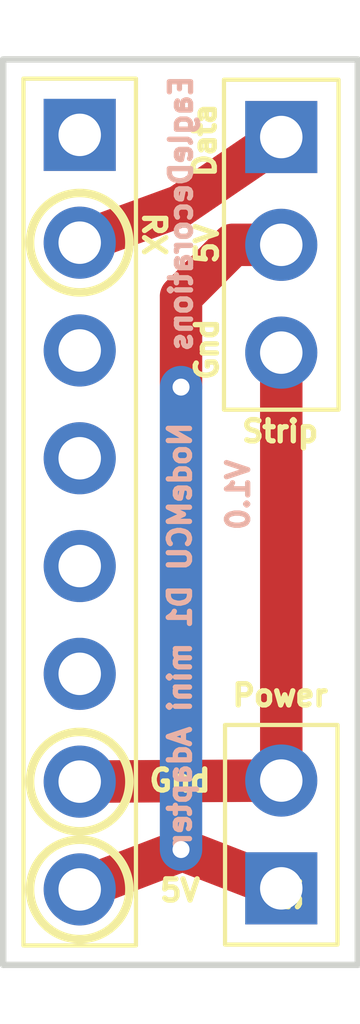
<source format=kicad_pcb>
(kicad_pcb (version 4) (host pcbnew 4.0.7)

  (general
    (links 5)
    (no_connects 0)
    (area 93.854199 76.937799 102.360801 98.423801)
    (thickness 1.6)
    (drawings 19)
    (tracks 16)
    (zones 0)
    (modules 3)
    (nets 9)
  )

  (page A4)
  (layers
    (0 F.Cu signal)
    (31 B.Cu signal)
    (32 B.Adhes user)
    (33 F.Adhes user)
    (34 B.Paste user)
    (35 F.Paste user)
    (36 B.SilkS user)
    (37 F.SilkS user)
    (38 B.Mask user)
    (39 F.Mask user)
    (40 Dwgs.User user)
    (41 Cmts.User user)
    (42 Eco1.User user)
    (43 Eco2.User user)
    (44 Edge.Cuts user)
    (45 Margin user)
    (46 B.CrtYd user)
    (47 F.CrtYd user)
    (48 B.Fab user)
    (49 F.Fab user)
  )

  (setup
    (last_trace_width 1)
    (user_trace_width 0.5)
    (user_trace_width 1)
    (trace_clearance 0.2)
    (zone_clearance 0.508)
    (zone_45_only no)
    (trace_min 0.2)
    (segment_width 0.2)
    (edge_width 0.15)
    (via_size 0.6)
    (via_drill 0.4)
    (via_min_size 0.4)
    (via_min_drill 0.3)
    (uvia_size 0.3)
    (uvia_drill 0.1)
    (uvias_allowed no)
    (uvia_min_size 0.2)
    (uvia_min_drill 0.1)
    (pcb_text_width 0.3)
    (pcb_text_size 1.5 1.5)
    (mod_edge_width 0.15)
    (mod_text_size 1 1)
    (mod_text_width 0.15)
    (pad_size 1.524 1.524)
    (pad_drill 0.762)
    (pad_to_mask_clearance 0.2)
    (aux_axis_origin 0 0)
    (visible_elements FFFFFF7F)
    (pcbplotparams
      (layerselection 0x01030_80000001)
      (usegerberextensions false)
      (excludeedgelayer true)
      (linewidth 0.100000)
      (plotframeref false)
      (viasonmask false)
      (mode 1)
      (useauxorigin false)
      (hpglpennumber 1)
      (hpglpenspeed 20)
      (hpglpendiameter 15)
      (hpglpenoverlay 2)
      (psnegative false)
      (psa4output false)
      (plotreference true)
      (plotvalue true)
      (plotinvisibletext false)
      (padsonsilk false)
      (subtractmaskfromsilk false)
      (outputformat 1)
      (mirror false)
      (drillshape 0)
      (scaleselection 1)
      (outputdirectory Gerber/))
  )

  (net 0 "")
  (net 1 /TX)
  (net 2 /RX)
  (net 3 /D1)
  (net 4 /D2)
  (net 5 /D3)
  (net 6 /D4)
  (net 7 /GND)
  (net 8 /5V)

  (net_class Default "This is the default net class."
    (clearance 0.2)
    (trace_width 0.25)
    (via_dia 0.6)
    (via_drill 0.4)
    (uvia_dia 0.3)
    (uvia_drill 0.1)
    (add_net /5V)
    (add_net /D1)
    (add_net /D2)
    (add_net /D3)
    (add_net /D4)
    (add_net /GND)
    (add_net /RX)
    (add_net /TX)
  )

  (module Pin_Headers:Pin_Header_Straight_1x08_Pitch2.54mm (layer F.Cu) (tedit 5B4134BA) (tstamp 5B3FF327)
    (at 95.7326 78.7908)
    (descr "Through hole straight pin header, 1x08, 2.54mm pitch, single row")
    (tags "Through hole pin header THT 1x08 2.54mm single row")
    (path /5B3FF101)
    (fp_text reference " " (at 0 -2.33) (layer F.SilkS)
      (effects (font (size 1 1) (thickness 0.15)))
    )
    (fp_text value " " (at 0 20.11) (layer F.Fab)
      (effects (font (size 1 1) (thickness 0.15)))
    )
    (fp_line (start -1.325 -1.325) (end 1.325 -1.325) (layer F.SilkS) (width 0.1))
    (fp_line (start 1.325 -1.325) (end 1.325 19.1) (layer F.SilkS) (width 0.1))
    (fp_line (start 1.325 19.1) (end -1.325 19.1) (layer F.SilkS) (width 0.1))
    (fp_line (start -1.325 19.1) (end -1.325 -1.325) (layer F.SilkS) (width 0.1))
    (fp_line (start -0.635 -1.27) (end 1.27 -1.27) (layer F.Fab) (width 0.1))
    (fp_line (start 1.27 -1.27) (end 1.27 19.05) (layer F.Fab) (width 0.1))
    (fp_line (start 1.27 19.05) (end -1.27 19.05) (layer F.Fab) (width 0.1))
    (fp_line (start -1.27 19.05) (end -1.27 -0.635) (layer F.Fab) (width 0.1))
    (fp_line (start -1.27 -0.635) (end -0.635 -1.27) (layer F.Fab) (width 0.1))
    (fp_line (start -1.8 -1.8) (end -1.8 19.55) (layer F.CrtYd) (width 0.05))
    (fp_line (start -1.8 19.55) (end 1.8 19.55) (layer F.CrtYd) (width 0.05))
    (fp_line (start 1.8 19.55) (end 1.8 -1.8) (layer F.CrtYd) (width 0.05))
    (fp_line (start 1.8 -1.8) (end -1.8 -1.8) (layer F.CrtYd) (width 0.05))
    (fp_text user %R (at 0 8.89 90) (layer F.Fab)
      (effects (font (size 1 1) (thickness 0.15)))
    )
    (pad 1 thru_hole rect (at 0 0) (size 1.7 1.7) (drill 1) (layers *.Cu *.Mask)
      (net 1 /TX))
    (pad 2 thru_hole oval (at 0 2.54) (size 1.7 1.7) (drill 1) (layers *.Cu *.Mask)
      (net 2 /RX))
    (pad 3 thru_hole oval (at 0 5.08) (size 1.7 1.7) (drill 1) (layers *.Cu *.Mask)
      (net 3 /D1))
    (pad 4 thru_hole oval (at 0 7.62) (size 1.7 1.7) (drill 1) (layers *.Cu *.Mask)
      (net 4 /D2))
    (pad 5 thru_hole oval (at 0 10.16) (size 1.7 1.7) (drill 1) (layers *.Cu *.Mask)
      (net 5 /D3))
    (pad 6 thru_hole oval (at 0 12.7) (size 1.7 1.7) (drill 1) (layers *.Cu *.Mask)
      (net 6 /D4))
    (pad 7 thru_hole oval (at 0 15.24) (size 1.7 1.7) (drill 1) (layers *.Cu *.Mask)
      (net 7 /GND))
    (pad 8 thru_hole oval (at 0 17.78) (size 1.7 1.7) (drill 1) (layers *.Cu *.Mask)
      (net 8 /5V))
    (model ${KISYS3DMOD}/Pin_Headers.3dshapes/Pin_Header_Straight_1x08_Pitch2.54mm.wrl
      (at (xyz 0 0 0))
      (scale (xyz 1 1 1))
      (rotate (xyz 0 0 0))
    )
  )

  (module Pin_Headers:Pin_Header_Straight_1x02_Pitch2.54mm (layer F.Cu) (tedit 5B413398) (tstamp 5B412E5D)
    (at 100.4824 96.5454 180)
    (descr "Through hole straight pin header, 1x02, 2.54mm pitch, single row")
    (tags "Through hole pin header THT 1x02 2.54mm single row")
    (path /5B412A82)
    (fp_text reference " " (at 0 -2.33 180) (layer F.SilkS)
      (effects (font (size 1 1) (thickness 0.15)))
    )
    (fp_text value " " (at 0 4.87 180) (layer F.Fab)
      (effects (font (size 1 1) (thickness 0.15)))
    )
    (fp_line (start -1.325 -1.325) (end 1.325 -1.325) (layer F.SilkS) (width 0.1))
    (fp_line (start 1.325 -1.325) (end 1.325 3.85) (layer F.SilkS) (width 0.1))
    (fp_line (start 1.325 3.85) (end -1.325 3.85) (layer F.SilkS) (width 0.1))
    (fp_line (start -1.325 3.85) (end -1.325 -1.3) (layer F.SilkS) (width 0.1))
    (fp_line (start -0.635 -1.27) (end 1.27 -1.27) (layer F.Fab) (width 0.1))
    (fp_line (start 1.27 -1.27) (end 1.27 3.81) (layer F.Fab) (width 0.1))
    (fp_line (start 1.27 3.81) (end -1.27 3.81) (layer F.Fab) (width 0.1))
    (fp_line (start -1.27 3.81) (end -1.27 -0.635) (layer F.Fab) (width 0.1))
    (fp_line (start -1.27 -0.635) (end -0.635 -1.27) (layer F.Fab) (width 0.1))
    (fp_line (start -1.8 -1.8) (end -1.8 4.35) (layer F.CrtYd) (width 0.05))
    (fp_line (start -1.8 4.35) (end 1.8 4.35) (layer F.CrtYd) (width 0.05))
    (fp_line (start 1.8 4.35) (end 1.8 -1.8) (layer F.CrtYd) (width 0.05))
    (fp_line (start 1.8 -1.8) (end -1.8 -1.8) (layer F.CrtYd) (width 0.05))
    (fp_text user %R (at 0 1.27 270) (layer F.Fab)
      (effects (font (size 1 1) (thickness 0.15)))
    )
    (pad 1 thru_hole rect (at 0 0 180) (size 1.7 1.7) (drill 1) (layers *.Cu *.Mask)
      (net 8 /5V))
    (pad 2 thru_hole oval (at 0 2.54 180) (size 1.7 1.7) (drill 1) (layers *.Cu *.Mask)
      (net 7 /GND))
    (model ${KISYS3DMOD}/Pin_Headers.3dshapes/Pin_Header_Straight_1x02_Pitch2.54mm.wrl
      (at (xyz 0 0 0))
      (scale (xyz 1 1 1))
      (rotate (xyz 0 0 0))
    )
  )

  (module Pin_Headers:Pin_Header_Straight_1x03_Pitch2.54mm (layer F.Cu) (tedit 5B400FE0) (tstamp 5B3FF338)
    (at 100.4824 78.8416)
    (descr "Through hole straight pin header, 1x03, 2.54mm pitch, single row")
    (tags "Through hole pin header THT 1x03 2.54mm single row")
    (path /5B3FF150)
    (fp_text reference " " (at 0 -2.33) (layer F.SilkS)
      (effects (font (size 1 1) (thickness 0.15)))
    )
    (fp_text value " " (at 0 7.41) (layer F.Fab)
      (effects (font (size 1 1) (thickness 0.15)))
    )
    (fp_line (start 1.35 -1.35) (end 1.35 6.425) (layer F.SilkS) (width 0.1))
    (fp_line (start 1.35 6.425) (end -1.35 6.425) (layer F.SilkS) (width 0.1))
    (fp_line (start -1.35 6.425) (end -1.35 -1.35) (layer F.SilkS) (width 0.1))
    (fp_line (start -1.35 -1.35) (end 1.35 -1.35) (layer F.SilkS) (width 0.1))
    (fp_line (start -0.635 -1.27) (end 1.27 -1.27) (layer F.Fab) (width 0.1))
    (fp_line (start 1.27 -1.27) (end 1.27 6.35) (layer F.Fab) (width 0.1))
    (fp_line (start 1.27 6.35) (end -1.27 6.35) (layer F.Fab) (width 0.1))
    (fp_line (start -1.27 6.35) (end -1.27 -0.635) (layer F.Fab) (width 0.1))
    (fp_line (start -1.27 -0.635) (end -0.635 -1.27) (layer F.Fab) (width 0.1))
    (fp_line (start -1.8 -1.8) (end -1.8 6.85) (layer F.CrtYd) (width 0.05))
    (fp_line (start -1.8 6.85) (end 1.8 6.85) (layer F.CrtYd) (width 0.05))
    (fp_line (start 1.8 6.85) (end 1.8 -1.8) (layer F.CrtYd) (width 0.05))
    (fp_line (start 1.8 -1.8) (end -1.8 -1.8) (layer F.CrtYd) (width 0.05))
    (fp_text user %R (at 0 2.54 90) (layer F.Fab)
      (effects (font (size 1 1) (thickness 0.15)))
    )
    (pad 1 thru_hole rect (at 0 0) (size 1.7 1.7) (drill 1) (layers *.Cu *.Mask)
      (net 2 /RX))
    (pad 2 thru_hole oval (at 0 2.54) (size 1.7 1.7) (drill 1) (layers *.Cu *.Mask)
      (net 8 /5V))
    (pad 3 thru_hole oval (at 0 5.08) (size 1.7 1.7) (drill 1) (layers *.Cu *.Mask)
      (net 7 /GND))
    (model ${KISYS3DMOD}/Pin_Headers.3dshapes/Pin_Header_Straight_1x03_Pitch2.54mm.wrl
      (at (xyz 0 0 0))
      (scale (xyz 1 1 1))
      (rotate (xyz 0 0 0))
    )
  )

  (gr_circle (center 95.7326 81.3308) (end 96.4946 82.2198) (layer F.SilkS) (width 0.2) (tstamp 5B41329E))
  (gr_circle (center 95.7326 94.0308) (end 96.4946 94.9198) (layer F.SilkS) (width 0.2) (tstamp 5B41328F))
  (gr_circle (center 95.7326 96.5708) (end 96.4946 97.4598) (layer F.SilkS) (width 0.2))
  (gr_text Power (at 100.457 91.9988) (layer F.SilkS)
    (effects (font (size 0.5 0.5) (thickness 0.125)))
  )
  (gr_text Strip (at 100.457 85.7758) (layer F.SilkS)
    (effects (font (size 0.5 0.5) (thickness 0.125)))
  )
  (gr_line (start 93.9292 98.3488) (end 93.9292 77.0128) (angle 90) (layer Edge.Cuts) (width 0.15))
  (gr_line (start 102.2858 98.3488) (end 93.9292 98.3488) (angle 90) (layer Edge.Cuts) (width 0.15))
  (gr_line (start 102.2858 77.0128) (end 102.2858 98.3488) (angle 90) (layer Edge.Cuts) (width 0.15))
  (gr_line (start 93.9292 77.0128) (end 102.2858 77.0128) (angle 90) (layer Edge.Cuts) (width 0.15))
  (gr_text RX (at 97.4852 81.1276 270) (layer F.SilkS)
    (effects (font (size 0.5 0.5) (thickness 0.125)))
  )
  (gr_text Gnd (at 98.0948 94.0054) (layer F.SilkS)
    (effects (font (size 0.5 0.5) (thickness 0.125)))
  )
  (gr_text 5V (at 98.0948 96.5962) (layer F.SilkS)
    (effects (font (size 0.5 0.5) (thickness 0.125)))
  )
  (gr_text V1.0 (at 99.4664 87.2744 90) (layer B.SilkS)
    (effects (font (size 0.5 0.5) (thickness 0.125)) (justify mirror))
  )
  (gr_text "NodeMCU D1 mini Adapter" (at 98.0948 90.5764 90) (layer B.SilkS)
    (effects (font (size 0.5 0.5) (thickness 0.125)) (justify mirror))
  )
  (gr_text EagleDecorations (at 98.1202 80.645 90) (layer B.SilkS)
    (effects (font (size 0.5 0.5) (thickness 0.125)) (justify mirror))
  )
  (gr_text 5V (at 100.6856 96.6216 90) (layer F.SilkS)
    (effects (font (size 0.5 0.5) (thickness 0.125)))
  )
  (gr_text Gnd (at 98.7298 83.8454 90) (layer F.SilkS)
    (effects (font (size 0.5 0.5) (thickness 0.125)))
  )
  (gr_text 5V (at 98.7298 81.3562 90) (layer F.SilkS)
    (effects (font (size 0.5 0.5) (thickness 0.125)))
  )
  (gr_text Data (at 98.679 78.9178 90) (layer F.SilkS)
    (effects (font (size 0.5 0.5) (thickness 0.125)))
  )

  (segment (start 95.7326 81.3308) (end 98.0948 80.4672) (width 1) (layer F.Cu) (net 2) (tstamp 5B40061E))
  (segment (start 98.0948 80.4672) (end 100.4824 78.8416) (width 1) (layer F.Cu) (net 2) (tstamp 5B400C46))
  (segment (start 95.7326 94.0308) (end 100.4824 94.0054) (width 1) (layer F.Cu) (net 7) (tstamp 5B412F23))
  (segment (start 100.4824 94.0054) (end 100.4824 83.9216) (width 1) (layer F.Cu) (net 7) (tstamp 5B412F24))
  (segment (start 100.5078 83.947) (end 100.4824 83.9216) (width 1) (layer F.Cu) (net 7) (tstamp 5B4005B3))
  (segment (start 98.1202 95.631) (end 100.4824 96.5454) (width 1) (layer F.Cu) (net 8) (tstamp 5B412F18))
  (via (at 98.1202 84.7344) (size 0.6) (drill 0.4) (layers F.Cu B.Cu) (net 8))
  (segment (start 98.1202 95.6564) (end 98.1202 95.631) (width 1) (layer F.Cu) (net 8) (tstamp 5B400773))
  (via (at 98.1202 95.631) (size 0.6) (drill 0.4) (layers F.Cu B.Cu) (net 8))
  (segment (start 98.1202 95.631) (end 98.1202 84.7344) (width 1) (layer B.Cu) (net 8) (tstamp 5B400770))
  (segment (start 100.4824 81.3816) (end 99.3394 81.3816) (width 1) (layer F.Cu) (net 8))
  (segment (start 99.3394 81.3816) (end 98.1202 82.6008) (width 1) (layer F.Cu) (net 8) (tstamp 5B4005CD))
  (segment (start 98.1202 82.6008) (end 98.1202 84.7344) (width 1) (layer F.Cu) (net 8) (tstamp 5B4005D3))
  (segment (start 98.1202 84.7344) (end 98.1202 84.7598) (width 1) (layer F.Cu) (net 8) (tstamp 5B40076C))
  (segment (start 95.7326 96.5708) (end 98.1202 95.6564) (width 1) (layer F.Cu) (net 8))
  (segment (start 100.4824 96.6216) (end 100.5332 96.5708) (width 1) (layer F.Cu) (net 8) (tstamp 5B3FF4C1) (status 30))

)

</source>
